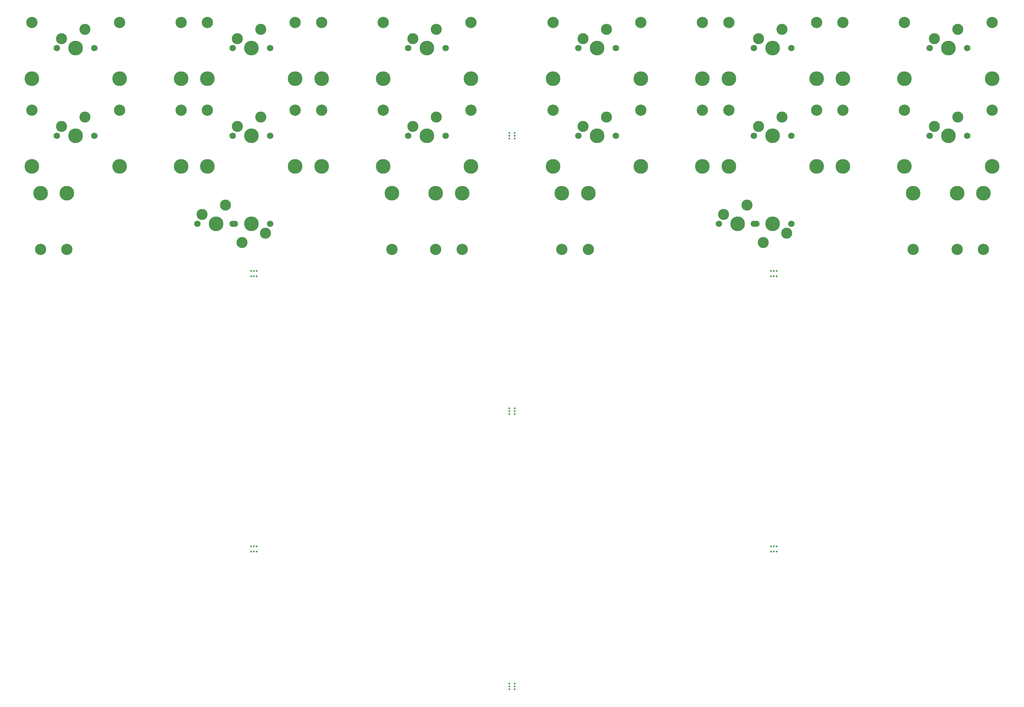
<source format=gts>
G04 #@! TF.GenerationSoftware,KiCad,Pcbnew,(5.1.10)-1*
G04 #@! TF.CreationDate,2021-07-13T17:10:59+02:00*
G04 #@! TF.ProjectId,stab_tester,73746162-5f74-4657-9374-65722e6b6963,rev?*
G04 #@! TF.SameCoordinates,Original*
G04 #@! TF.FileFunction,Soldermask,Top*
G04 #@! TF.FilePolarity,Negative*
%FSLAX46Y46*%
G04 Gerber Fmt 4.6, Leading zero omitted, Abs format (unit mm)*
G04 Created by KiCad (PCBNEW (5.1.10)-1) date 2021-07-13 17:10:59*
%MOMM*%
%LPD*%
G01*
G04 APERTURE LIST*
%ADD10C,0.500000*%
%ADD11C,3.987800*%
%ADD12C,3.048000*%
%ADD13C,1.750000*%
%ADD14C,3.000000*%
G04 APERTURE END LIST*
D10*
G04 #@! TO.C,mouse-bite-2mm-slot*
X248863001Y-184744502D03*
X248863001Y-186244502D03*
X249613001Y-184744502D03*
X248113001Y-184744502D03*
X248113001Y-186244502D03*
X249613001Y-186244502D03*
G04 #@! TD*
G04 #@! TO.C,mouse-bite-2mm-slot*
X107863001Y-184744502D03*
X107863001Y-186244502D03*
X108613001Y-184744502D03*
X107113001Y-184744502D03*
X107113001Y-186244502D03*
X108613001Y-186244502D03*
G04 #@! TD*
G04 #@! TO.C,mouse-bite-2mm-slot*
X249613001Y-111569502D03*
X248113001Y-111569502D03*
X248113001Y-110069502D03*
X249613001Y-110069502D03*
X248863001Y-111569502D03*
X248863001Y-110069502D03*
G04 #@! TD*
G04 #@! TO.C,mouse-bite-2mm-slot*
X108613001Y-111569502D03*
X107113001Y-111569502D03*
X107113001Y-110069502D03*
X108613001Y-110069502D03*
X107863001Y-111569502D03*
X107863001Y-110069502D03*
G04 #@! TD*
G04 #@! TO.C,mouse-bite-2mm-slot*
X178613000Y-72719501D03*
X178613000Y-74219501D03*
X177113000Y-74219501D03*
X177113000Y-72719501D03*
X178613000Y-73469501D03*
X177113000Y-73469501D03*
G04 #@! TD*
D11*
G04 #@! TO.C,REF\u002A\u002A*
X308069250Y-57912000D03*
D12*
X308069250Y-42672000D03*
X284256750Y-42672000D03*
D11*
X284256750Y-57912000D03*
G04 #@! TD*
G04 #@! TO.C,REF\u002A\u002A*
X189006750Y-81724500D03*
D12*
X189006750Y-66484500D03*
X212819250Y-66484500D03*
D11*
X212819250Y-81724500D03*
G04 #@! TD*
G04 #@! TO.C,REF\u002A\u002A*
X260444250Y-57912000D03*
D12*
X260444250Y-42672000D03*
X236631750Y-42672000D03*
D11*
X236631750Y-57912000D03*
G04 #@! TD*
G04 #@! TO.C,REF\u002A\u002A*
X308069250Y-81724500D03*
D12*
X308069250Y-66484500D03*
X284256750Y-66484500D03*
D11*
X284256750Y-81724500D03*
G04 #@! TD*
G04 #@! TO.C,REF\u002A\u002A*
X189006750Y-57912000D03*
D12*
X189006750Y-42672000D03*
X212819250Y-42672000D03*
D11*
X212819250Y-57912000D03*
G04 #@! TD*
G04 #@! TO.C,REF\u002A\u002A*
X260444250Y-81724500D03*
D12*
X260444250Y-66484500D03*
X236631750Y-66484500D03*
D11*
X236631750Y-81724500D03*
G04 #@! TD*
G04 #@! TO.C,REF\u002A\u002A*
X200913000Y-49657000D03*
D13*
X205993000Y-49657000D03*
X195833000Y-49657000D03*
D14*
X197103000Y-47117000D03*
X203453000Y-44577000D03*
G04 #@! TD*
D11*
G04 #@! TO.C,REF\u002A\u002A*
X200913000Y-73469500D03*
D13*
X205993000Y-73469500D03*
X195833000Y-73469500D03*
D14*
X197103000Y-70929500D03*
X203453000Y-68389500D03*
G04 #@! TD*
D11*
G04 #@! TO.C,REF\u002A\u002A*
X248538000Y-49657000D03*
D13*
X253618000Y-49657000D03*
X243458000Y-49657000D03*
D14*
X244728000Y-47117000D03*
X251078000Y-44577000D03*
G04 #@! TD*
D11*
G04 #@! TO.C,REF\u002A\u002A*
X296163000Y-73469500D03*
D13*
X301243000Y-73469500D03*
X291083000Y-73469500D03*
D14*
X292353000Y-70929500D03*
X298703000Y-68389500D03*
G04 #@! TD*
D11*
G04 #@! TO.C,REF\u002A\u002A*
X198531750Y-89027000D03*
D12*
X198531750Y-104267000D03*
X298544250Y-104267000D03*
D11*
X298544250Y-89027000D03*
G04 #@! TD*
G04 #@! TO.C,REF\u002A\u002A*
X248538000Y-73469500D03*
D13*
X253618000Y-73469500D03*
X243458000Y-73469500D03*
D14*
X244728000Y-70929500D03*
X251078000Y-68389500D03*
G04 #@! TD*
D11*
G04 #@! TO.C,REF\u002A\u002A*
X229488000Y-81724501D03*
X267588000Y-81724501D03*
D12*
X229488000Y-66484501D03*
X267588000Y-66484501D03*
G04 #@! TD*
D11*
G04 #@! TO.C,REF\u002A\u002A*
X305688000Y-89027000D03*
D12*
X305688000Y-104267000D03*
X191388000Y-104267000D03*
D11*
X191388000Y-89027000D03*
G04 #@! TD*
G04 #@! TO.C,REF\u002A\u002A*
X296163000Y-49657000D03*
D13*
X301243000Y-49657000D03*
X291083000Y-49657000D03*
D14*
X292353000Y-47117000D03*
X298703000Y-44577000D03*
G04 #@! TD*
D12*
G04 #@! TO.C,REF\u002A\u002A*
X191388000Y-104267000D03*
X286638000Y-104267000D03*
D11*
X286638000Y-89027000D03*
X191388000Y-89027000D03*
G04 #@! TD*
D14*
G04 #@! TO.C,REF\u002A\u002A*
X245998000Y-102362000D03*
X252348000Y-99822000D03*
D13*
X253618000Y-97282000D03*
X243458000Y-97282000D03*
D11*
X248538000Y-97282000D03*
G04 #@! TD*
D14*
G04 #@! TO.C,REF\u002A\u002A*
X241553000Y-92202000D03*
X235203000Y-94742000D03*
D13*
X233933000Y-97282000D03*
X244093000Y-97282000D03*
D11*
X239013000Y-97282000D03*
G04 #@! TD*
D12*
G04 #@! TO.C,REF\u002A\u002A*
X267588000Y-42672000D03*
X229488000Y-42672000D03*
D11*
X267588000Y-57912000D03*
X229488000Y-57912000D03*
G04 #@! TD*
D10*
G04 #@! TO.C,mouse-bite-2mm-slot*
X177113000Y-148144501D03*
X178613000Y-148144501D03*
X177113000Y-147394501D03*
X177113000Y-148894501D03*
X178613000Y-148894501D03*
X178613000Y-147394501D03*
G04 #@! TD*
G04 #@! TO.C,mouse-bite-2mm-slot*
X177113001Y-222819502D03*
X178613001Y-222819502D03*
X177113001Y-222069502D03*
X177113001Y-223569502D03*
X178613001Y-223569502D03*
X178613001Y-222069502D03*
G04 #@! TD*
D11*
G04 #@! TO.C,REF\u002A\u002A*
X88138000Y-57912000D03*
X126238000Y-57912000D03*
D12*
X88138000Y-42672000D03*
X126238000Y-42672000D03*
G04 #@! TD*
D14*
G04 #@! TO.C,REF\u002A\u002A*
X62103000Y-68389500D03*
X55753000Y-70929500D03*
D13*
X54483000Y-73469500D03*
X64643000Y-73469500D03*
D11*
X59563000Y-73469500D03*
G04 #@! TD*
D14*
G04 #@! TO.C,REF\u002A\u002A*
X109728000Y-68389500D03*
X103378000Y-70929500D03*
D13*
X102108000Y-73469500D03*
X112268000Y-73469500D03*
D11*
X107188000Y-73469500D03*
G04 #@! TD*
D14*
G04 #@! TO.C,REF\u002A\u002A*
X157353000Y-68389500D03*
X151003000Y-70929500D03*
D13*
X149733000Y-73469500D03*
X159893000Y-73469500D03*
D11*
X154813000Y-73469500D03*
G04 #@! TD*
D14*
G04 #@! TO.C,REF\u002A\u002A*
X157353000Y-44577000D03*
X151003000Y-47117000D03*
D13*
X149733000Y-49657000D03*
X159893000Y-49657000D03*
D11*
X154813000Y-49657000D03*
G04 #@! TD*
D14*
G04 #@! TO.C,REF\u002A\u002A*
X109728000Y-44577000D03*
X103378000Y-47117000D03*
D13*
X102108000Y-49657000D03*
X112268000Y-49657000D03*
D11*
X107188000Y-49657000D03*
G04 #@! TD*
D14*
G04 #@! TO.C,REF\u002A\u002A*
X62103000Y-44577000D03*
X55753000Y-47117000D03*
D13*
X54483000Y-49657000D03*
X64643000Y-49657000D03*
D11*
X59563000Y-49657000D03*
G04 #@! TD*
G04 #@! TO.C,REF\u002A\u002A*
X97663000Y-97282000D03*
D13*
X102743000Y-97282000D03*
X92583000Y-97282000D03*
D14*
X93853000Y-94742000D03*
X100203000Y-92202000D03*
G04 #@! TD*
D11*
G04 #@! TO.C,REF\u002A\u002A*
X107188000Y-97282000D03*
D13*
X102108000Y-97282000D03*
X112268000Y-97282000D03*
D14*
X110998000Y-99822000D03*
X104648000Y-102362000D03*
G04 #@! TD*
D11*
G04 #@! TO.C,REF\u002A\u002A*
X50038000Y-89027000D03*
X145288000Y-89027000D03*
D12*
X145288000Y-104267000D03*
X50038000Y-104267000D03*
G04 #@! TD*
D11*
G04 #@! TO.C,REF\u002A\u002A*
X157194250Y-89027000D03*
D12*
X157194250Y-104267000D03*
X57181750Y-104267000D03*
D11*
X57181750Y-89027000D03*
G04 #@! TD*
G04 #@! TO.C,REF\u002A\u002A*
X50038000Y-89027000D03*
D12*
X50038000Y-104267000D03*
X164338000Y-104267000D03*
D11*
X164338000Y-89027000D03*
G04 #@! TD*
D12*
G04 #@! TO.C,REF\u002A\u002A*
X126238000Y-66484501D03*
X88138000Y-66484501D03*
D11*
X126238000Y-81724501D03*
X88138000Y-81724501D03*
G04 #@! TD*
G04 #@! TO.C,REF\u002A\u002A*
X95281750Y-81724500D03*
D12*
X95281750Y-66484500D03*
X119094250Y-66484500D03*
D11*
X119094250Y-81724500D03*
G04 #@! TD*
G04 #@! TO.C,REF\u002A\u002A*
X95281750Y-57912000D03*
D12*
X95281750Y-42672000D03*
X119094250Y-42672000D03*
D11*
X119094250Y-57912000D03*
G04 #@! TD*
G04 #@! TO.C,REF\u002A\u002A*
X142906750Y-57912000D03*
D12*
X142906750Y-42672000D03*
X166719250Y-42672000D03*
D11*
X166719250Y-57912000D03*
G04 #@! TD*
G04 #@! TO.C,REF\u002A\u002A*
X142906750Y-81724500D03*
D12*
X142906750Y-66484500D03*
X166719250Y-66484500D03*
D11*
X166719250Y-81724500D03*
G04 #@! TD*
G04 #@! TO.C,REF\u002A\u002A*
X71469250Y-81724500D03*
D12*
X71469250Y-66484500D03*
X47656750Y-66484500D03*
D11*
X47656750Y-81724500D03*
G04 #@! TD*
G04 #@! TO.C,REF\u002A\u002A*
X71469250Y-57912000D03*
D12*
X71469250Y-42672000D03*
X47656750Y-42672000D03*
D11*
X47656750Y-57912000D03*
G04 #@! TD*
M02*

</source>
